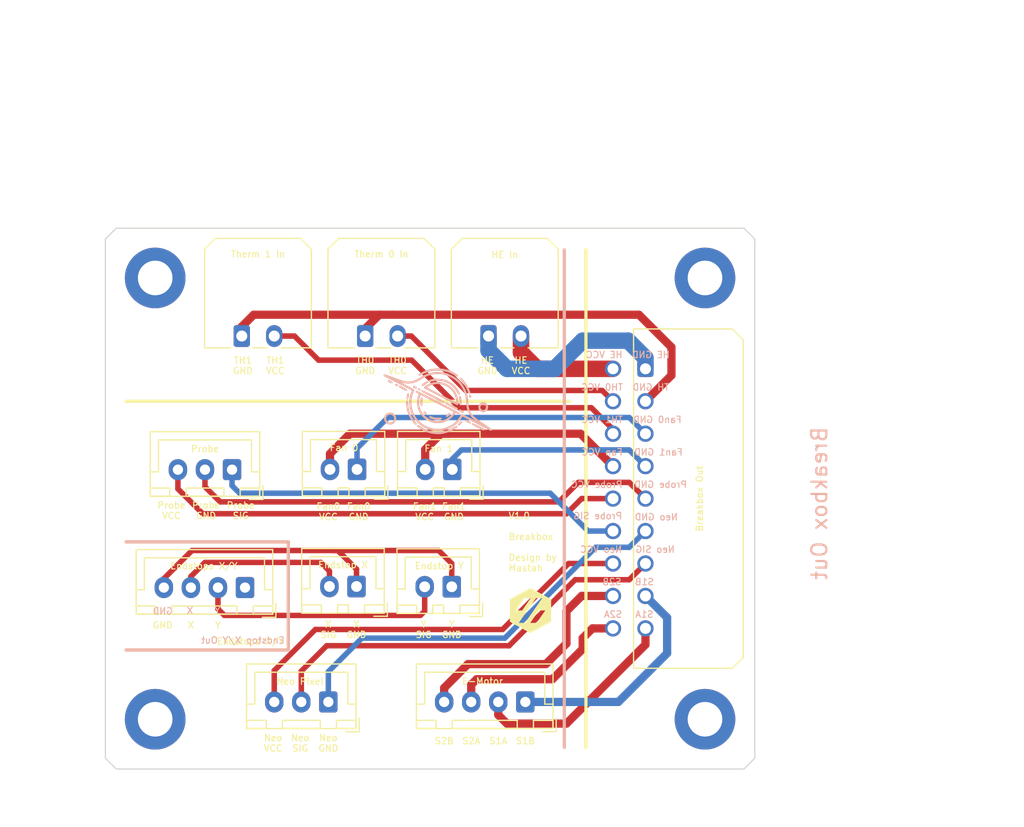
<source format=kicad_pcb>
(kicad_pcb (version 20211014) (generator pcbnew)
  (layers (0 "F.Cu" signal) (31 "B.Cu" signal) (34 "B.Paste" user) (35 "F.Paste" user) (36 "B.SilkS" user "B.Silkscreen") (37 "F.SilkS" user "F.Silkscreen") (38 "B.Mask" user) (39 "F.Mask" user) (44 "Edge.Cuts" user))
  (net 0 "")
  (footprint "MountingHole:MountingHole_3.2mm_M3_DIN965_Pad" (layer "F.Cu") (at 54.7 95.4)
    (fp_text reference "REF**" hide)
    (fp_text value "MountingHole_3.2mm_M3_DIN965_Pad")
    (pad "1" thru_hole circle (at 0 0) (size 5.6 5.6) (drill 3.2) (layers *.Cu *.Mask))
  )
  (footprint "MountingHole:MountingHole_3.2mm_M3_DIN965_Pad" (layer "F.Cu") (at 105.5 54.6)
    (fp_text reference "REF**" hide)
    (fp_text value "MountingHole_3.2mm_M3_DIN965_Pad")
    (pad "1" thru_hole circle (at 0 0) (size 5.6 5.6) (drill 3.2) (layers *.Cu *.Mask))
  )
  (footprint "Connector_Molex:Molex_Micro-Fit_3.0_43045-1800_2x09_P3.00mm_Horizontal" (layer "F.Cu") (at 100 63 -90)
    (fp_text reference "Breakbox Out" (at 12 -5 90) (layer "F.SilkS") (effects (font (size 0.6 0.6) (thickness 0.1))))
    (fp_text value "Molex_Micro-Fit_3.0_43045-1800_2x09_P3.00mm_Horizontal")
    (pad "" np_thru_hole circle (at 21.86 -4.32 270) (size 3 3) (drill 3) (layers *.Cu *.Mask))
    (pad "" np_thru_hole circle (at 2.16 -4.32 270) (size 3 3) (drill 3) (layers *.Cu *.Mask))
    (pad "1" thru_hole roundrect (at 0 0 270) (size 1.5 1.5) (drill 1.02) (layers *.Cu *.Mask) (roundrect_rratio 0.1666673333))
    (pad "2" thru_hole circle (at 3 0 270) (size 1.5 1.5) (drill 1.02) (layers *.Cu *.Mask))
    (pad "3" thru_hole circle (at 6 0 270) (size 1.5 1.5) (drill 1.02) (layers *.Cu *.Mask))
    (pad "4" thru_hole circle (at 9 0 270) (size 1.5 1.5) (drill 1.02) (layers *.Cu *.Mask))
    (pad "5" thru_hole circle (at 12 0 270) (size 1.5 1.5) (drill 1.02) (layers *.Cu *.Mask))
    (pad "6" thru_hole circle (at 15 0 270) (size 1.5 1.5) (drill 1.02) (layers *.Cu *.Mask))
    (pad "7" thru_hole circle (at 18 0 270) (size 1.5 1.5) (drill 1.02) (layers *.Cu *.Mask))
    (pad "8" thru_hole circle (at 21 0 270) (size 1.5 1.5) (drill 1.02) (layers *.Cu *.Mask))
    (pad "9" thru_hole circle (at 24 0 270) (size 1.5 1.5) (drill 1.02) (layers *.Cu *.Mask))
    (pad "10" thru_hole circle (at 0 3 270) (size 1.5 1.5) (drill 1.02) (layers *.Cu *.Mask))
    (pad "11" thru_hole circle (at 3 3 270) (size 1.5 1.5) (drill 1.02) (layers *.Cu *.Mask))
    (pad "12" thru_hole circle (at 6 3 270) (size 1.5 1.5) (drill 1.02) (layers *.Cu *.Mask))
    (pad "13" thru_hole circle (at 9 3 270) (size 1.5 1.5) (drill 1.02) (layers *.Cu *.Mask))
    (pad "14" thru_hole circle (at 12 3 270) (size 1.5 1.5) (drill 1.02) (layers *.Cu *.Mask))
    (pad "15" thru_hole circle (at 15 3 270) (size 1.5 1.5) (drill 1.02) (layers *.Cu *.Mask))
    (pad "16" thru_hole circle (at 18 3 270) (size 1.5 1.5) (drill 1.02) (layers *.Cu *.Mask))
    (pad "17" thru_hole circle (at 21 3 270) (size 1.5 1.5) (drill 1.02) (layers *.Cu *.Mask))
    (pad "18" thru_hole circle (at 24 3 270) (size 1.5 1.5) (drill 1.02) (layers *.Cu *.Mask))
  )
  (footprint "Connector_JST:JST_XH_B3B-XH-A_1x03_P2.50mm_Vertical" (layer "F.Cu") (at 70.7 93.8 180)
    (fp_text reference "Neo Pixel" (at 2.6 1.9) (layer "F.SilkS") (effects (font (size 0.6 0.6) (thickness 0.1))))
    (fp_text value "JST_XH_B3B-XH-A_1x03_P2.50mm_Vertical")
    (pad "1" thru_hole roundrect (at 0 0 180) (size 1.7 1.95) (drill 0.95) (layers *.Cu *.Mask) (roundrect_rratio 0.1470588235))
    (pad "2" thru_hole oval (at 2.5 0 180) (size 1.7 1.95) (drill 0.95) (layers *.Cu *.Mask))
    (pad "3" thru_hole oval (at 5 0 180) (size 1.7 1.95) (drill 0.95) (layers *.Cu *.Mask))
  )
  (footprint "Connector_JST:JST_XH_B2B-XH-A_1x02_P2.50mm_Vertical" (layer "F.Cu") (at 82.15 72.3 180)
    (fp_text reference "Fan 1" (at 1.25 1.925) (layer "F.SilkS") (effects (font (size 0.6 0.6) (thickness 0.1))))
    (fp_text value "JST_XH_B2B-XH-A_1x02_P2.50mm_Vertical")
    (pad "1" thru_hole roundrect (at 0 0 180) (size 1.7 2) (drill 1) (layers *.Cu *.Mask) (roundrect_rratio 0.1470588235))
    (pad "2" thru_hole oval (at 2.5 0 180) (size 1.7 2) (drill 1) (layers *.Cu *.Mask))
  )
  (footprint "MountingHole:MountingHole_3.2mm_M3_DIN965_Pad" (layer "F.Cu") (at 54.7 54.6)
    (fp_text reference "REF**" hide)
    (fp_text value "MountingHole_3.2mm_M3_DIN965_Pad")
    (pad "1" thru_hole circle (at 0 0) (size 5.6 5.6) (drill 3.2) (layers *.Cu *.Mask))
  )
  (footprint "Connector_Molex:Molex_Micro-Fit_3.0_43650-0200_1x02_P3.00mm_Horizontal" (layer "F.Cu") (at 74.1 59.97)
    (fp_text reference "Therm 0 In" (at 1.5 -7.57) (layer "F.SilkS") (effects (font (size 0.6 0.6) (thickness 0.1))))
    (fp_text value "Molex_Micro-Fit_3.0_43650-0200_1x02_P3.00mm_Horizontal")
    (pad "" np_thru_hole circle (at 1.5 -4.32) (size 3 3) (drill 3) (layers *.Cu *.Mask))
    (pad "1" thru_hole roundrect (at 0 0) (size 1.5 2.02) (drill 1.02) (layers *.Cu *.Mask) (roundrect_rratio 0.1666673333))
    (pad "2" thru_hole oval (at 3 0) (size 1.5 2.02) (drill 1.02) (layers *.Cu *.Mask))
  )
  (footprint "Connector_JST:JST_XH_B3B-XH-A_1x03_P2.50mm_Vertical" (layer "F.Cu") (at 61.8 72.325 180)
    (fp_text reference "Probe" (at 2.5 1.925) (layer "F.SilkS") (effects (font (size 0.6 0.6) (thickness 0.1))))
    (fp_text value "JST_XH_B3B-XH-A_1x03_P2.50mm_Vertical")
    (pad "1" thru_hole roundrect (at 0 0 180) (size 1.7 1.95) (drill 0.95) (layers *.Cu *.Mask) (roundrect_rratio 0.1470588235))
    (pad "2" thru_hole oval (at 2.5 0 180) (size 1.7 1.95) (drill 0.95) (layers *.Cu *.Mask))
    (pad "3" thru_hole oval (at 5 0 180) (size 1.7 1.95) (drill 0.95) (layers *.Cu *.Mask))
  )
  (footprint "Connector_JST:JST_XH_B2B-XH-A_1x02_P2.50mm_Vertical" (layer "F.Cu") (at 82.1 83.15 180)
    (fp_text reference "Endstop Y" (at 1.15 1.925) (layer "F.SilkS") (effects (font (size 0.6 0.6) (thickness 0.1))))
    (fp_text value "JST_XH_B2B-XH-A_1x02_P2.50mm_Vertical")
    (pad "1" thru_hole roundrect (at 0 0 180) (size 1.7 2) (drill 1) (layers *.Cu *.Mask) (roundrect_rratio 0.1470588235))
    (pad "2" thru_hole oval (at 2.5 0 180) (size 1.7 2) (drill 1) (layers *.Cu *.Mask))
  )
  (footprint "Connector_Molex:Molex_Micro-Fit_3.0_43650-0200_1x02_P3.00mm_Horizontal" (layer "F.Cu") (at 62.7 59.97)
    (fp_text reference "Therm 1 In" (at 1.5 -7.57) (layer "F.SilkS") (effects (font (size 0.6 0.6) (thickness 0.1))))
    (fp_text value "Molex_Micro-Fit_3.0_43650-0200_1x02_P3.00mm_Horizontal")
    (pad "" np_thru_hole circle (at 1.5 -4.32) (size 3 3) (drill 3) (layers *.Cu *.Mask))
    (pad "1" thru_hole roundrect (at 0 0) (size 1.5 2.02) (drill 1.02) (layers *.Cu *.Mask) (roundrect_rratio 0.1666673333))
    (pad "2" thru_hole oval (at 3 0) (size 1.5 2.02) (drill 1.02) (layers *.Cu *.Mask))
  )
  (footprint "Connector_JST:JST_XH_B4B-XH-A_1x04_P2.50mm_Vertical" (layer "F.Cu") (at 88.9 93.8 180)
    (fp_text reference "E-Motor" (at 3.95 1.925) (layer "F.SilkS") (effects (font (size 0.6 0.6) (thickness 0.1))))
    (fp_text value "JST_XH_B4B-XH-A_1x04_P2.50mm_Vertical")
    (pad "1" thru_hole roundrect (at 0 0 180) (size 1.7 1.95) (drill 0.95) (layers *.Cu *.Mask) (roundrect_rratio 0.1470588235))
    (pad "2" thru_hole oval (at 2.5 0 180) (size 1.7 1.95) (drill 0.95) (layers *.Cu *.Mask))
    (pad "3" thru_hole oval (at 5 0 180) (size 1.7 1.95) (drill 0.95) (layers *.Cu *.Mask))
    (pad "4" thru_hole oval (at 7.5 0 180) (size 1.7 1.95) (drill 0.95) (layers *.Cu *.Mask))
  )
  (footprint "Connector_Molex:Molex_Micro-Fit_3.0_43650-0200_1x02_P3.00mm_Horizontal" (layer "F.Cu") (at 85.5 59.97)
    (fp_text reference "HE In" (at 1.5 -7.52) (layer "F.SilkS") (effects (font (size 0.6 0.6) (thickness 0.1))))
    (fp_text value "Molex_Micro-Fit_3.0_43650-0200_1x02_P3.00mm_Horizontal")
    (pad "" np_thru_hole circle (at 1.5 -4.32) (size 3 3) (drill 3) (layers *.Cu *.Mask))
    (pad "1" thru_hole roundrect (at 0 0) (size 1.5 2.02) (drill 1.02) (layers *.Cu *.Mask) (roundrect_rratio 0.1666673333))
    (pad "2" thru_hole oval (at 3 0) (size 1.5 2.02) (drill 1.02) (layers *.Cu *.Mask))
  )
  (footprint "MountingHole:MountingHole_3.2mm_M3_DIN965_Pad" (layer "F.Cu") (at 105.5 95.4)
    (fp_text reference "REF**" hide)
    (fp_text value "MountingHole_3.2mm_M3_DIN965_Pad")
    (pad "1" thru_hole circle (at 0 0) (size 5.6 5.6) (drill 3.2) (layers *.Cu *.Mask))
  )
  (footprint "Connector_JST:JST_XH_B4B-XH-A_1x04_P2.50mm_Vertical" (layer "F.Cu") (at 63 83.225 180)
    (fp_text reference "Endstops X/Y" (at 3.8 2) (layer "F.SilkS") (effects (font (size 0.6 0.6) (thickness 0.1))))
    (fp_text value "JST_XH_B4B-XH-A_1x04_P2.50mm_Vertical")
    (pad "1" thru_hole roundrect (at 0 0 180) (size 1.7 1.95) (drill 0.95) (layers *.Cu *.Mask) (roundrect_rratio 0.1470588235))
    (pad "2" thru_hole oval (at 2.5 0 180) (size 1.7 1.95) (drill 0.95) (layers *.Cu *.Mask))
    (pad "3" thru_hole oval (at 5 0 180) (size 1.7 1.95) (drill 0.95) (layers *.Cu *.Mask))
    (pad "4" thru_hole oval (at 7.5 0 180) (size 1.7 1.95) (drill 0.95) (layers *.Cu *.Mask))
  )
  (footprint "Connector_JST:JST_XH_B2B-XH-A_1x02_P2.50mm_Vertical" (layer "F.Cu") (at 73.35 72.3 180)
    (fp_text reference "Fan 0" (at 1.2 2) (layer "F.SilkS") (effects (font (size 0.6 0.6) (thickness 0.1))))
    (fp_text value "JST_XH_B2B-XH-A_1x02_P2.50mm_Vertical")
    (pad "1" thru_hole roundrect (at 0 0 180) (size 1.7 2) (drill 1) (layers *.Cu *.Mask) (roundrect_rratio 0.1470588235))
    (pad "2" thru_hole oval (at 2.5 0 180) (size 1.7 2) (drill 1) (layers *.Cu *.Mask))
  )
  (footprint "voron_logo:voron_logo_5x5_negatif" (layer "F.Cu") (at 89.4 85.3)
    (fp_text reference "G***" hide)
    (fp_text value "LOGO" hide)
  )
  (footprint "Connector_JST:JST_XH_B2B-XH-A_1x02_P2.50mm_Vertical" (layer "F.Cu") (at 73.3 83.125 180)
    (fp_text reference "Endstop X" (at 1.25 2) (layer "F.SilkS") (effects (font (size 0.6 0.6) (thickness 0.1))))
    (fp_text value "JST_XH_B2B-XH-A_1x02_P2.50mm_Vertical")
    (pad "1" thru_hole roundrect (at 0 0 180) (size 1.7 2) (drill 1) (layers *.Cu *.Mask) (roundrect_rratio 0.1470588235))
    (pad "2" thru_hole oval (at 2.5 0 180) (size 1.7 2) (drill 1) (layers *.Cu *.Mask))
  )
  (footprint "voron_logo:black_hole_10x10" (layer "B.Cu") (at 80.8 66 180)
    (fp_text reference "G***" hide)
    (fp_text value "LOGO" hide)
  )
  (gr_line (start 52 79) (end 67 79) (layer "B.SilkS") (width 0.3))
  (gr_line (start 92.5 52) (end 92.5 98) (layer "B.SilkS") (width 0.3))
  (gr_line (start 67 89) (end 52 89) (layer "B.SilkS") (width 0.3))
  (gr_line (start 67 79) (end 67 89) (layer "B.SilkS") (width 0.3))
  (gr_line (start 67 89) (end 52 89) (layer "F.SilkS") (width 0.3))
  (gr_line (start 52 79) (end 67 79) (layer "F.SilkS") (width 0.3))
  (gr_line (start 52 66) (end 93 66) (layer "F.SilkS") (width 0.3))
  (gr_line (start 94.5 52) (end 94.5 98) (layer "F.SilkS") (width 0.3))
  (gr_line (start 67 79) (end 67 89) (layer "F.SilkS") (width 0.3))
  (gr_line (start 51.1 100) (end 50.1 99) (layer "Edge.Cuts") (width 0.1))
  (gr_line (start 50.1 99) (end 50.1 51) (layer "Edge.Cuts") (width 0.1))
  (gr_line (start 109.1 50) (end 110.1 51) (layer "Edge.Cuts") (width 0.1))
  (gr_line (start 109.1 100) (end 51.1 100) (layer "Edge.Cuts") (width 0.1))
  (gr_line (start 50.1 51) (end 51.1 50) (layer "Edge.Cuts") (width 0.1))
  (gr_line (start 110.1 51) (end 110.1 99) (layer "Edge.Cuts") (width 0.1))
  (gr_line (start 51.1 50) (end 109.1 50) (layer "Edge.Cuts") (width 0.1))
  (gr_line (start 110.1 99) (end 109.1 100) (layer "Edge.Cuts") (width 0.1))
  (gr_text "TH1 VCC" (at 96 67.7) (layer "B.SilkS") (effects (font (size 0.6 0.6) (thickness 0.1)) (justify mirror)))
  (gr_text "Y" (at 60.452 85.344) (layer "B.SilkS") (effects (font (size 0.6 0.6) (thickness 0.1)) (justify mirror)))
  (gr_text "Probe GND" (at 101.4 73.7) (layer "B.SilkS") (effects (font (size 0.6 0.6) (thickness 0.1)) (justify mirror)))
  (gr_text "Fan VCC" (at 96 70.7) (layer "B.SilkS") (effects (font (size 0.6 0.6) (thickness 0.1)) (justify mirror)))
  (gr_text "Probe VCC" (at 95.5 73.7) (layer "B.SilkS") (effects (font (size 0.6 0.6) (thickness 0.1)) (justify mirror)))
  (gr_text "Neo GND" (at 101 76.7) (layer "B.SilkS") (effects (font (size 0.6 0.6) (thickness 0.1)) (justify mirror)))
  (gr_text "TH GND" (at 100.5 64.7) (layer "B.SilkS") (effects (font (size 0.6 0.6) (thickness 0.1)) (justify mirror)))
  (gr_text "S2A" (at 97 85.7) (layer "B.SilkS") (effects (font (size 0.6 0.6) (thickness 0.1)) (justify mirror)))
  (gr_text "TH0 VCC" (at 96 64.7) (layer "B.SilkS") (effects (font (size 0.6 0.6) (thickness 0.1)) (justify mirror)))
  (gr_text "Fan1 GND" (at 101.2 70.7) (layer "B.SilkS") (effects (font (size 0.6 0.6) (thickness 0.1)) (justify mirror)))
  (gr_text "GND" (at 55.4 85.4) (layer "B.SilkS") (effects (font (size 0.6 0.6) (thickness 0.1)) (justify mirror)))
  (gr_text "Breakbox Out" (at 116.078 75.438 90) (layer "B.SilkS") (effects (font (size 1.4 1.4) (thickness 0.2)) (justify mirror)))
  (gr_text "Probe SIG" (at 95.6 76.6) (layer "B.SilkS") (effects (font (size 0.6 0.6) (thickness 0.1)) (justify mirror)))
  (gr_text "S1B" (at 99.9 82.7) (layer "B.SilkS") (effects (font (size 0.6 0.6) (thickness 0.1)) (justify mirror)))
  (gr_text "S1A" (at 99.9 85.7) (layer "B.SilkS") (effects (font (size 0.6 0.6) (thickness 0.1)) (justify mirror)))
  (gr_text "X" (at 57.912 85.344) (layer "B.SilkS") (effects (font (size 0.6 0.6) (thickness 0.1)) (justify mirror)))
  (gr_text "Endstop X/Y Out" (at 62.8 88.1) (layer "B.SilkS") (effects (font (size 0.6 0.6) (thickness 0.1)) (justify mirror)))
  (gr_text "HE VCC" (at 96.2 61.7) (layer "B.SilkS") (effects (font (size 0.6 0.6) (thickness 0.1)) (justify mirror)))
  (gr_text "S2B" (at 96.9 82.7) (layer "B.SilkS") (effects (font (size 0.6 0.6) (thickness 0.1)) (justify mirror)))
  (gr_text "Neo SIG" (at 100.9 79.7) (layer "B.SilkS") (effects (font (size 0.6 0.6) (thickness 0.1)) (justify mirror)))
  (gr_text "Neo VCC" (at 95.9 79.7) (layer "B.SilkS") (effects (font (size 0.6 0.6) (thickness 0.1)) (justify mirror)))
  (gr_text "HE GND" (at 100.5 61.7) (layer "B.SilkS") (effects (font (size 0.6 0.6) (thickness 0.1)) (justify mirror)))
  (gr_text "Fan0 GND" (at 101.1 67.7) (layer "B.SilkS") (effects (font (size 0.6 0.6) (thickness 0.1)) (justify mirror)))
  (gr_text "Endstops X/Y" (at 63.5 88.2) (layer "F.SilkS") (effects (font (size 0.6 0.6) (thickness 0.1))))
  (gr_text "X\nGND" (at 73.3 87.1) (layer "F.SilkS") (effects (font (size 0.6 0.6) (thickness 0.1))))
  (gr_text "TH1\nGND" (at 62.8 62.7) (layer "F.SilkS") (effects (font (size 0.6 0.6) (thickness 0.1))))
  (gr_text "V1.0\n\nBreakbox\n\nDesign by\nMastah" (at 87.3 79) (layer "F.SilkS") (effects (font (size 0.6 0.6) (thickness 0.1)) (justify left)))
  (gr_text "Neo\nVCC" (at 65.6 97.6) (layer "F.SilkS") (effects (font (size 0.6 0.6) (thickness 0.1))))
  (gr_text "Probe\nVCC" (at 56.2 76.1) (layer "F.SilkS") (effects (font (size 0.6 0.6) (thickness 0.1))))
  (gr_text "Y\nGND" (at 82.1 87.1) (layer "F.SilkS") (effects (font (size 0.6 0.6) (thickness 0.1))))
  (gr_text "HE\nGND" (at 85.4 62.7) (layer "F.SilkS") (effects (font (size 0.6 0.6) (thickness 0.1))))
  (gr_text "Fan0\nVCC" (at 70.7 76.2) (layer "F.SilkS") (effects (font (size 0.6 0.6) (thickness 0.1))))
  (gr_text "HE\nVCC" (at 88.5 62.7) (layer "F.SilkS") (effects (font (size 0.6 0.6) (thickness 0.1))))
  (gr_text "X\nSIG" (at 70.7 87.1) (layer "F.SilkS") (effects (font (size 0.6 0.6) (thickness 0.1))))
  (gr_text "TH0\nGND" (at 74.1 62.7) (layer "F.SilkS") (effects (font (size 0.6 0.6) (thickness 0.1))))
  (gr_text "TH1\nVCC" (at 65.8 62.7) (layer "F.SilkS") (effects (font (size 0.6 0.6) (thickness 0.1))))
  (gr_text "S1B" (at 88.9 97.4) (layer "F.SilkS") (effects (font (size 0.6 0.6) (thickness 0.1))))
  (gr_text "S1A" (at 86.4 97.4) (layer "F.SilkS") (effects (font (size 0.6 0.6) (thickness 0.1))))
  (gr_text "Neo\nSIG" (at 68.1 97.6) (layer "F.SilkS") (effects (font (size 0.6 0.6) (thickness 0.1))))
  (gr_text "Y\nSIG" (at 79.5 87.1) (layer "F.SilkS") (effects (font (size 0.6 0.6) (thickness 0.1))))
  (gr_text "TH0\nVCC" (at 77.1 62.7) (layer "F.SilkS") (effects (font (size 0.6 0.6) (thickness 0.1))))
  (gr_text "S2B" (at 81.4 97.4) (layer "F.SilkS") (effects (font (size 0.6 0.6) (thickness 0.1))))
  (gr_text "GND" (at 55.4 86.7) (layer "F.SilkS") (effects (font (size 0.6 0.6) (thickness 0.1))))
  (gr_text "S2A" (at 83.9 97.4) (layer "F.SilkS") (effects (font (size 0.6 0.6) (thickness 0.1))))
  (gr_text "Neo\nGND" (at 70.7 97.6) (layer "F.SilkS") (effects (font (size 0.6 0.6) (thickness 0.1))))
  (gr_text "Y" (at 60.5 86.7) (layer "F.SilkS") (effects (font (size 0.6 0.6) (thickness 0.1))))
  (gr_text "Fan0\nGND" (at 73.5 76.2) (layer "F.SilkS") (effects (font (size 0.6 0.6) (thickness 0.1))))
  (gr_text "Probe\nSIG" (at 62.6 76.1) (layer "F.SilkS") (effects (font (size 0.6 0.6) (thickness 0.1))))
  (gr_text "X" (at 58 86.7) (layer "F.SilkS") (effects (font (size 0.6 0.6) (thickness 0.1))))
  (gr_text "Fan1\nGND" (at 82.3 76.2) (layer "F.SilkS") (effects (font (size 0.6 0.6) (thickness 0.1))))
  (gr_text "Probe\nGND" (at 59.4 76.1) (layer "F.SilkS") (effects (font (size 0.6 0.6) (thickness 0.1))))
  (gr_text "Fan1\nVCC" (at 79.6 76.2) (layer "F.SilkS") (effects (font (size 0.6 0.6) (thickness 0.1))))
  (segment (start 102.4 61) (end 102.4 63.6) (width 0.762) (layer "F.Cu") (net 0))
  (segment (start 69.5 87.1) (end 86.8 87.1) (width 0.508) (layer "F.Cu") (net 0))
  (segment (start 74.1 59.97) (end 74.1 59.3) (width 0.762) (layer "F.Cu") (net 0))
  (segment (start 93.8 73.5) (end 98.5 73.5) (width 0.508) (layer "F.Cu") (net 0))
  (segment (start 94.1 75) (end 97 75) (width 0.508) (layer "F.Cu") (net 0))
  (segment (start 78.4 62.2) (end 82.8 66.6) (width 0.508) (layer "F.Cu") (net 0))
  (segment (start 77.1 59.97) (end 78.37 59.97) (width 0.508) (layer "F.Cu") (net 0))
  (segment (start 92.7 88.4) (end 92.7 85.4) (width 0.762) (layer "F.Cu") (net 0))
  (segment (start 79.6 85.4) (end 79.2 85.8) (width 0.508) (layer "F.Cu") (net 0))
  (segment (start 83.9 93.8) (end 83.9 92.2) (width 0.762) (layer "F.Cu") (net 0))
  (segment (start 94.2 87.9) (end 95.1 87) (width 0.762) (layer "F.Cu") (net 0))
  (segment (start 84.4 91.7) (end 91.4 91.7) (width 0.762) (layer "F.Cu") (net 0))
  (segment (start 92 75.3) (end 93.8 73.5) (width 0.508) (layer "F.Cu") (net 0))
  (segment (start 59.3 72.325) (end 59.3 73.9) (width 0.508) (layer "F.Cu") (net 0))
  (segment (start 100 88.5) (end 100 87) (width 0.762) (layer "F.Cu") (net 0))
  (segment (start 86.8 87.1) (end 92.9 81) (width 0.508) (layer "F.Cu") (net 0))
  (segment (start 102.4 63.6) (end 100 66) (width 0.762) (layer "F.Cu") (net 0))
  (segment (start 73.3 83.125) (end 73.3 81.525) (width 0.508) (layer "F.Cu") (net 0))
  (segment (start 90 63) (end 97 63) (width 1.524) (layer "F.Cu") (net 0))
  (segment (start 70.85 72.3) (end 70.85 70.85) (width 0.762) (layer "F.Cu") (net 0))
  (segment (start 76.6 58) (end 99.4 58) (width 0.762) (layer "F.Cu") (net 0))
  (segment (start 78.37 59.97) (end 83.4 65) (width 0.508) (layer "F.Cu") (net 0))
  (segment (start 87.2 95.8) (end 92.7 95.8) (width 0.762) (layer "F.Cu") (net 0))
  (segment (start 88.5 59.97) (end 88.5 61.5) (width 1.524) (layer "F.Cu") (net 0))
  (segment (start 59.3 73.9) (end 60.7 75.3) (width 0.508) (layer "F.Cu") (net 0))
  (segment (start 79.65 72.3) (end 79.65 70.45) (width 0.762) (layer "F.Cu") (net 0))
  (segment (start 81.4 93.8) (end 81.4 92.5) (width 0.762) (layer "F.Cu") (net 0))
  (segment (start 92.7 85.4) (end 94.1 84) (width 0.762) (layer "F.Cu") (net 0))
  (segment (start 62.7 59.1) (end 63.8 58) (width 0.762) (layer "F.Cu") (net 0))
  (segment (start 72.7 69) (end 81.8 69) (width 0.762) (layer "F.Cu") (net 0))
  (segment (start 68.2 90.95) (end 70.55 88.6) (width 0.508) (layer "F.Cu") (net 0))
  (segment (start 95.1 87) (end 97 87) (width 0.762) (layer "F.Cu") (net 0))
  (segment (start 97 68.6) (end 97 69) (width 0.508) (layer "F.Cu") (net 0))
  (segment (start 83.4 65) (end 96 65) (width 0.508) (layer "F.Cu") (net 0))
  (segment (start 62.7 59.97) (end 62.7 59.1) (width 0.762) (layer "F.Cu") (net 0))
  (segment (start 86.4 93.8) (end 86.4 95) (width 0.762) (layer "F.Cu") (net 0))
  (segment (start 92.7 95.8) (end 100 88.5) (width 0.762) (layer "F.Cu") (net 0))
  (segment (start 81.8 69) (end 94 69) (width 0.762) (layer "F.Cu") (net 0))
  (segment (start 94.1 84) (end 97 84) (width 0.762) (layer "F.Cu") (net 0))
  (segment (start 98.5 73.5) (end 100 75) (width 0.508) (layer "F.Cu") (net 0))
  (segment (start 56.8 72.325) (end 56.8 74.1) (width 0.508) (layer "F.Cu") (net 0))
  (segment (start 60.5 85.2) (end 60.5 83.225) (width 0.508) (layer "F.Cu") (net 0))
  (segment (start 93.5 82.5) (end 98.5 82.5) (width 0.508) (layer "F.Cu") (net 0))
  (segment (start 83.6 90.3) (end 90.8 90.3) (width 0.762) (layer "F.Cu") (net 0))
  (segment (start 79.65 70.45) (end 81.1 69) (width 0.762) (layer "F.Cu") (net 0))
  (segment (start 70.85 70.85) (end 72.7 69) (width 0.762) (layer "F.Cu") (net 0))
  (segment (start 87.4 88.6) (end 93.5 82.5) (width 0.508) (layer "F.Cu") (net 0))
  (segment (start 94 69) (end 97 72) (width 0.762) (layer "F.Cu") (net 0))
  (segment (start 83.9 92.2) (end 84.4 91.7) (width 0.762) (layer "F.Cu") (net 0))
  (segment (start 63.8 58) (end 76.6 58) (width 0.762) (layer "F.Cu") (net 0))
  (segment (start 92.7 76.4) (end 94.1 75) (width 0.508) (layer "F.Cu") (net 0))
  (segment (start 90.8 90.3) (end 92.7 88.4) (width 0.762) (layer "F.Cu") (net 0))
  (segment (start 92.9 81) (end 97 81) (width 0.508) (layer "F.Cu") (net 0))
  (segment (start 56.8 74.1) (end 59.1 76.4) (width 0.508) (layer "F.Cu") (net 0))
  (segment (start 69.8 62.2) (end 78.4 62.2) (width 0.508) (layer "F.Cu") (net 0))
  (segment (start 71.15 79.8) (end 80.9 79.8) (width 0.508) (layer "F.Cu") (net 0))
  (segment (start 70.55 88.6) (end 87.4 88.6) (width 0.508) (layer "F.Cu") (net 0))
  (segment (start 74.1 59.3) (end 75.4 58) (width 0.762) (layer "F.Cu") (net 0))
  (segment (start 99.4 58) (end 102.4 61) (width 0.762) (layer "F.Cu") (net 0))
  (segment (start 80.9 79.8) (end 82.1 81) (width 0.508) (layer "F.Cu") (net 0))
  (segment (start 59.1 76.4) (end 92.7 76.4) (width 0.508) (layer "F.Cu") (net 0))
  (segment (start 70.8 81.7) (end 70 80.9) (width 0.508) (layer "F.Cu") (net 0))
  (segment (start 55.5 82.4) (end 55.5 83.225) (width 0.508) (layer "F.Cu") (net 0))
  (segment (start 61.1 85.8) (end 60.5 85.2) (width 0.508) (layer "F.Cu") (net 0))
  (segment (start 60.7 75.3) (end 92 75.3) (width 0.508) (layer "F.Cu") (net 0))
  (segment (start 65.7 59.97) (end 67.57 59.97) (width 0.508) (layer "F.Cu") (net 0))
  (segment (start 71.575 79.8) (end 71.15 79.8) (width 0.508) (layer "F.Cu") (net 0))
  (segment (start 86.4 95) (end 87.2 95.8) (width 0.762) (layer "F.Cu") (net 0))
  (segment (start 91.4 91.7) (end 94.2 88.9) (width 0.762) (layer "F.Cu") (net 0))
  (segment (start 82.8 66.6) (end 95 66.6) (width 0.508) (layer "F.Cu") (net 0))
  (segment (start 79.6 83.15) (end 79.6 85.4) (width 0.508) (layer "F.Cu") (net 0))
  (segment (start 94.2 88.9) (end 94.2 87.9) (width 0.762) (layer "F.Cu") (net 0))
  (segment (start 58.1 79.8) (end 55.5 82.4) (width 0.508) (layer "F.Cu") (net 0))
  (segment (start 81.1 69) (end 81.8 69) (width 0.762) (layer "F.Cu") (net 0))
  (segment (start 68.2 93.8) (end 68.2 90.95) (width 0.508) (layer "F.Cu") (net 0))
  (segment (start 65.7 93.8) (end 65.7 90.9) (width 0.508) (layer "F.Cu") (net 0))
  (segment (start 82.1 81) (end 82.1 83.15) (width 0.508) (layer "F.Cu") (net 0))
  (segment (start 70.8 83.125) (end 70.8 81.7) (width 0.508) (layer "F.Cu") (net 0))
  (segment (start 58 82.2) (end 58 83.225) (width 0.508) (layer "F.Cu") (net 0))
  (segment (start 88.5 61.5) (end 90 63) (width 1.524) (layer "F.Cu") (net 0))
  (segment (start 96 65) (end 97 66) (width 0.508) (layer "F.Cu") (net 0))
  (segment (start 59.3 80.9) (end 58 82.2) (width 0.508) (layer "F.Cu") (net 0))
  (segment (start 98.5 82.5) (end 100 81) (width 0.508) (layer "F.Cu") (net 0))
  (segment (start 81.4 92.5) (end 83.6 90.3) (width 0.762) (layer "F.Cu") (net 0))
  (segment (start 95 66.6) (end 97 68.6) (width 0.508) (layer "F.Cu") (net 0))
  (segment (start 79.2 85.8) (end 61.1 85.8) (width 0.508) (layer "F.Cu") (net 0))
  (segment (start 71.15 79.8) (end 58.1 79.8) (width 0.508) (layer "F.Cu") (net 0))
  (segment (start 65.7 90.9) (end 69.5 87.1) (width 0.508) (layer "F.Cu") (net 0))
  (segment (start 67.57 59.97) (end 69.8 62.2) (width 0.508) (layer "F.Cu") (net 0))
  (segment (start 70 80.9) (end 59.3 80.9) (width 0.508) (layer "F.Cu") (net 0))
  (segment (start 73.3 81.525) (end 71.575 79.8) (width 0.508) (layer "F.Cu") (net 0))
  (segment (start 75.4 58) (end 76.6 58) (width 0.508) (layer "F.Cu") (net 0))
  (segment (start 95.4 79.5) (end 98.5 79.5) (width 0.508) (layer "B.Cu") (net 0))
  (segment (start 82.15 72.7) (end 82.15 71.35) (width 0.508) (layer "B.Cu") (net 0))
  (segment (start 97.5 93.8) (end 102 89.3) (width 0.762) (layer "B.Cu") (net 0))
  (segment (start 98.5 79.5) (end 100 78) (width 0.508) (layer "B.Cu") (net 0))
  (segment (start 62.5 74.5) (end 91.2 74.5) (width 0.508) (layer "B.Cu") (net 0))
  (segment (start 94.2 60.4) (end 98.4 60.4) (width 1.524) (layer "B.Cu") (net 0))
  (segment (start 82.15 71.35) (end 83 70.5) (width 0.508) (layer "B.Cu") (net 0))
  (segment (start 61.8 73.8) (end 62.5 74.5) (width 0.508) (layer "B.Cu") (net 0))
  (segment (start 85.5 59.97) (end 85.5 61.3) (width 1.524) (layer "B.Cu") (net 0))
  (segment (start 98.5 67.5) (end 100 69) (width 0.508) (layer "B.Cu") (net 0))
  (segment (start 102 89.3) (end 102 86) (width 0.762) (layer "B.Cu") (net 0))
  (segment (start 87 87.9) (end 95.4 79.5) (width 0.508) (layer "B.Cu") (net 0))
  (segment (start 102 86) (end 100 84) (width 0.762) (layer "B.Cu") (net 0))
  (segment (start 73.8 87.9) (end 87 87.9) (width 0.508) (layer "B.Cu") (net 0))
  (segment (start 73.35 70.35) (end 76.2 67.5) (width 0.508) (layer "B.Cu") (net 0))
  (segment (start 87.2 63) (end 91.6 63) (width 1.524) (layer "B.Cu") (net 0))
  (segment (start 98.4 60.4) (end 100 62) (width 1.524) (layer "B.Cu") (net 0))
  (segment (start 98.5 70.5) (end 100 72) (width 0.508) (layer "B.Cu") (net 0))
  (segment (start 70.7 93.8) (end 70.7 91) (width 0.508) (layer "B.Cu") (net 0))
  (segment (start 88.9 93.8) (end 97.5 93.8) (width 0.762) (layer "B.Cu") (net 0))
  (segment (start 76.2 67.5) (end 98.5 67.5) (width 0.508) (layer "B.Cu") (net 0))
  (segment (start 83 70.5) (end 98.5 70.5) (width 0.508) (layer "B.Cu") (net 0))
  (segment (start 85.5 61.3) (end 87.2 63) (width 1.524) (layer "B.Cu") (net 0))
  (segment (start 91.6 63) (end 94.2 60.4) (width 1.524) (layer "B.Cu") (net 0))
  (segment (start 100 62) (end 100 63) (width 1.524) (layer "B.Cu") (net 0))
  (segment (start 91.2 74.5) (end 94.7 78) (width 0.508) (layer "B.Cu") (net 0))
  (segment (start 70.7 91) (end 73.8 87.9) (width 0.508) (layer "B.Cu") (net 0))
  (segment (start 94.7 78) (end 97 78) (width 0.508) (layer "B.Cu") (net 0))
  (segment (start 61.8 72.325) (end 61.8 73.8) (width 0.508) (layer "B.Cu") (net 0))
  (segment (start 73.35 72.7) (end 73.35 70.35) (width 0.508) (layer "B.Cu") (net 0))
)
</source>
